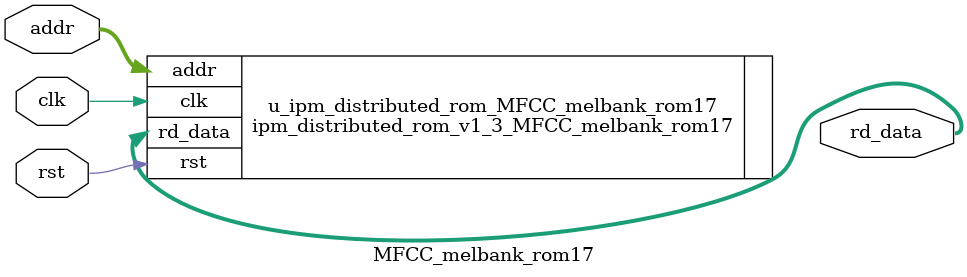
<source format=v>


`timescale 1 ns / 1 ps
module MFCC_melbank_rom17
    (
     addr        ,
     rst         ,
     clk         ,
     rd_data
    );

    localparam ADDR_WIDTH = 9 ; //@IPC int 4,10

    localparam DATA_WIDTH = 8 ; //@IPC int 1,256

    localparam RST_TYPE = "ASYNC" ; //@IPC enum ASYNC,SYNC

    localparam OUT_REG = 0 ; //@IPC bool

    localparam INIT_ENABLE = 1 ; //@IPC bool

    localparam INIT_FILE = "D:/PDS_FPGA/Audio_test/ipcore/MFCC_melbank_rom17/rtl/output16_MFCC_melbank_rom17.dat" ; //@IPC string

    localparam FILE_FORMAT = "BIN" ; //@IPC enum BIN,HEX


     output   wire  [DATA_WIDTH-1:0]       rd_data ;
     input    wire  [ADDR_WIDTH-1:0]       addr    ;
     input                                 clk     ;
     input                                 rst     ;

ipm_distributed_rom_v1_3_MFCC_melbank_rom17
   #(
     .ADDR_WIDTH    (ADDR_WIDTH     ), //address width   range:4-10
     .DATA_WIDTH    (DATA_WIDTH     ), //data width      range:4-256
     .RST_TYPE      (RST_TYPE       ), //reset type   "ASYNC_RESET" "SYNC_RESET"
     .OUT_REG       (OUT_REG        ), //output options :non_register(0)  register(1)
     .INIT_FILE     (INIT_FILE      ), //legal value:"NONE" or "initial file name"
     .FILE_FORMAT   (FILE_FORMAT    )  //initial data format : "bin" or "hex"
    )u_ipm_distributed_rom_MFCC_melbank_rom17
    (
     .rd_data       (rd_data        ),
     .addr          (addr           ),
     .clk           (clk            ),
     .rst           (rst            )

    );
endmodule

</source>
